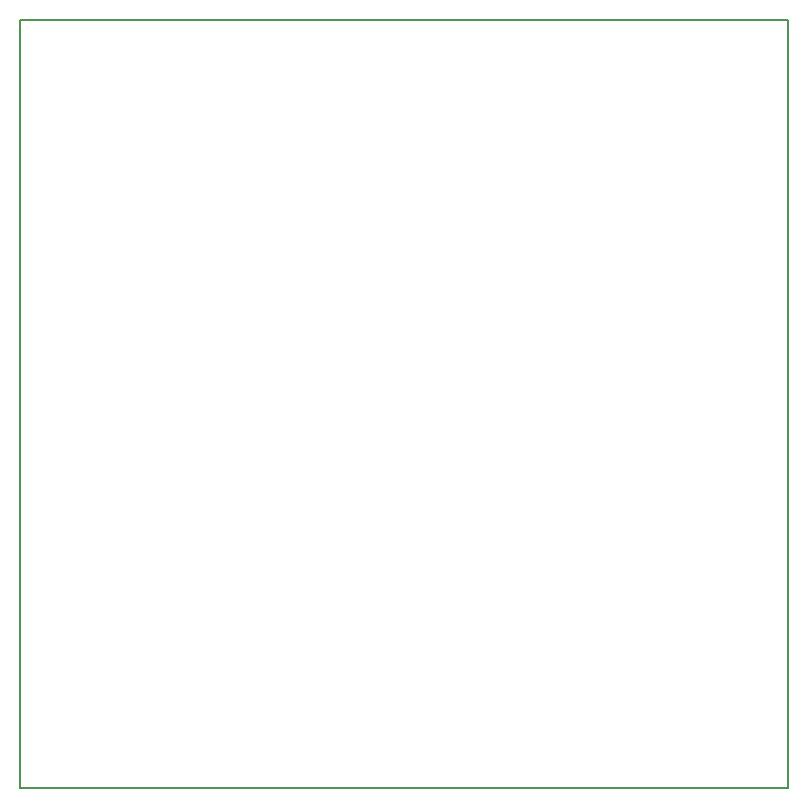
<source format=gm1>
%TF.GenerationSoftware,KiCad,Pcbnew,9.0.5*%
%TF.CreationDate,2025-12-28T17:34:09+02:00*%
%TF.ProjectId,base-schematic-02,62617365-2d73-4636-9865-6d617469632d,rev?*%
%TF.SameCoordinates,Original*%
%TF.FileFunction,Profile,NP*%
%FSLAX46Y46*%
G04 Gerber Fmt 4.6, Leading zero omitted, Abs format (unit mm)*
G04 Created by KiCad (PCBNEW 9.0.5) date 2025-12-28 17:34:09*
%MOMM*%
%LPD*%
G01*
G04 APERTURE LIST*
%TA.AperFunction,Profile*%
%ADD10C,0.200000*%
%TD*%
G04 APERTURE END LIST*
D10*
X50000000Y-50000000D02*
X115000000Y-50000000D01*
X115000000Y-115000000D01*
X50000000Y-115000000D01*
X50000000Y-50000000D01*
M02*

</source>
